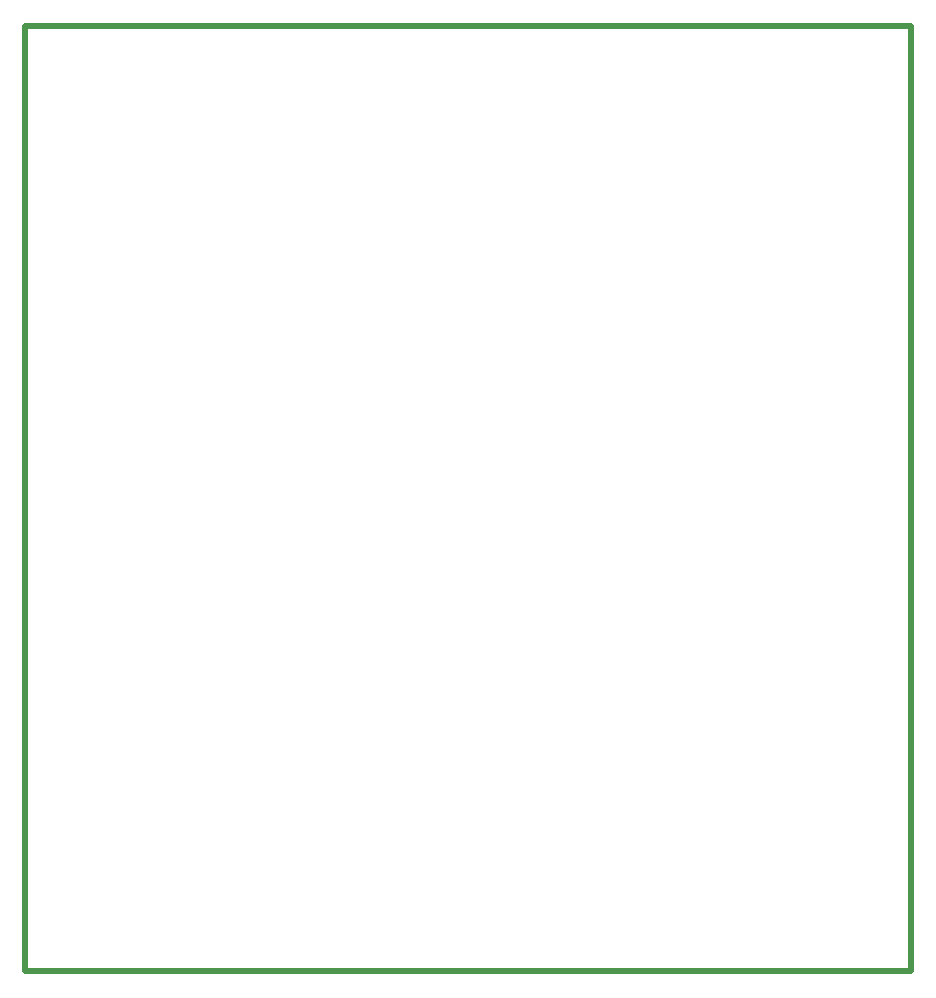
<source format=gko>
G04*
G04 #@! TF.GenerationSoftware,Altium Limited,Altium Designer,19.0.15 (446)*
G04*
G04 Layer_Color=16711935*
%FSLAX42Y42*%
%MOMM*%
G71*
G01*
G75*
%ADD42C,0.50*%
D42*
X0Y0D02*
X7500D01*
Y8000D01*
X0D02*
X7500D01*
X0Y0D02*
Y8000D01*
M02*

</source>
